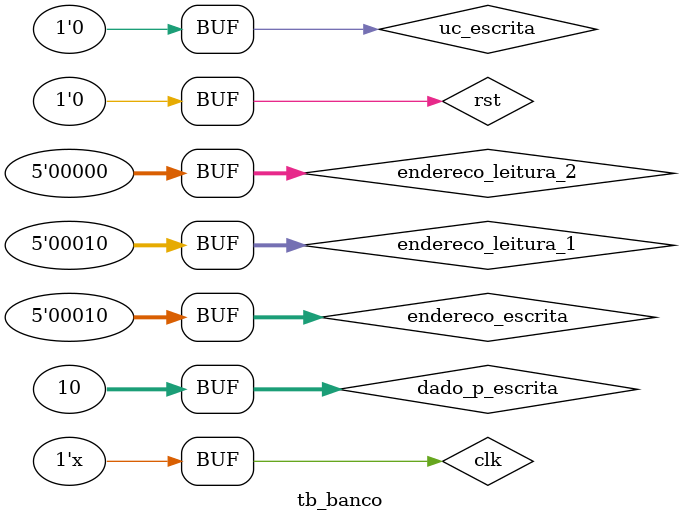
<source format=v>
module tb_banco;
  
reg uc_escrita;
reg [31:0]dado_p_escrita;
reg [4:0]endereco_escrita;
reg clk;
reg rst;
reg [4:0]endereco_leitura_1;
reg [4:0]endereco_leitura_2;
wire [31:0]dado_leitura_1;
wire [31:0]dado_leitura_2;


reg [31:0] registradores [0:31];
  
  banco br(
  .clk(clk),
	.rst(rst),
	.uc_escrita(uc_escrita),
	.dado_p_escrita(dado_p_escrita),
	.endereco_escrita(endereco_escrita),
	.endereco_leitura_1(endereco_leitura_1),
	.endereco_leitura_2(endereco_leitura_2),
	.dado_leitura_1(dado_leitura_1),
	.dado_leitura_2(dado_leitura_2)  
  );
  
  initial begin
  clk = 0;
  rst = 0;
  dado_p_escrita = 10;
  endereco_escrita = 32'd2;
  uc_escrita = 1;
  end
  
  always
  begin
  #100 clk = !clk;
  #100 uc_escrita = 1;
   #100 uc_escrita = 0;  endereco_leitura_1 = 2; endereco_leitura_2 = 0;
  end

endmodule
</source>
